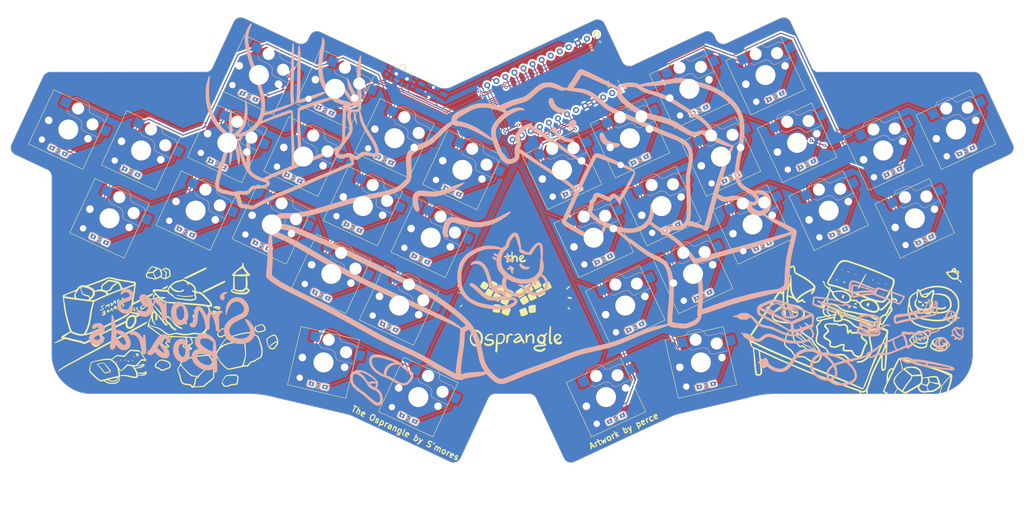
<source format=kicad_pcb>
(kicad_pcb (version 20241229) (generator "pcbnew") (generator_version "9.0")
  (title_block (title "Osprangle") (date "2025-05-01") (rev "1") (comment 1 "By Sam Mohr"))
  (layers (0 "F.Cu" signal) (2 "B.Cu" signal) (13 "F.Paste" user) (15 "B.Paste" user) (5 "F.SilkS" user "F.Silkscreen") (7 "B.SilkS" user "B.Silkscreen") (1 "F.Mask" user) (3 "B.Mask" user) (25 "Edge.Cuts" user))
  (net 0 "")
  (net 1 "col_0")
  (net 2 "Net-(D1-A)")
  (net 3 "Net-(D2-A)")
  (net 4 "Net-(D3-A)")
  (net 5 "col_1")
  (net 6 "Net-(D4-A)")
  (net 7 "Net-(D5-A)")
  (net 8 "Net-(D6-A)")
  (net 9 "col_2")
  (net 10 "Net-(D7-A)")
  (net 11 "Net-(D8-A)")
  (net 12 "Net-(D9-A)")
  (net 13 "col_3")
  (net 14 "Net-(D10-A)")
  (net 15 "Net-(D11-A)")
  (net 16 "Net-(D12-A)")
  (net 17 "Net-(D13-A)")
  (net 18 "col_4")
  (net 19 "Net-(D14-A)")
  (net 20 "Net-(D15-A)")
  (net 21 "Net-(D16-A)")
  (net 22 "Net-(D17-A)")
  (net 23 "col_5")
  (net 24 "Net-(D18-A)")
  (net 25 "Net-(D19-A)")
  (net 26 "Net-(D20-A)")
  (net 27 "Net-(D21-A)")
  (net 28 "col_6")
  (net 29 "Net-(D22-A)")
  (net 30 "Net-(D23-A)")
  (net 31 "Net-(D24-A)")
  (net 32 "Net-(D25-A)")
  (net 33 "col_7")
  (net 34 "Net-(D26-A)")
  (net 35 "Net-(D27-A)")
  (net 36 "Net-(D28-A)")
  (net 37 "col_8")
  (net 38 "Net-(D29-A)")
  (net 39 "Net-(D30-A)")
  (net 40 "Net-(D31-A)")
  (net 41 "col_9")
  (net 42 "Net-(D32-A)")
  (net 43 "Net-(D33-A)")
  (net 44 "Net-(D34-A)")
  (net 45 "row_0")
  (net 46 "row_1")
  (net 47 "row_2")
  (net 48 "row_3")
  (net 49 "reset")
  (net 50 "gnd")
  (net 56 "bat+")
  (net 58 "raw")
  (footprint "footprints:choc-v2-hotswap" (layer "F.Cu") (at 126.217513 145.812675 -25)
    (property "Reference" "SW32" (hide yes))
    (property "Value" "SW_Push" (hide yes))
  )
  (footprint "footprints:choc-v2-hotswap" (layer "F.Cu") (at 85.732325 64.041576 -25)
    (property "Reference" "SW2" (hide yes))
    (property "Value" "SW_Push" (hide yes))
  )
  (footprint "footprints:smd-diode" (layer "F.Cu") (at 101.576815 119.97861 -25)
    (property "Reference" "D24" (hide yes))
    (property "Value" "1N4148" (hide yes))
  )
  (footprint "footprints:smd-diode" (layer "F.Cu") (at 53.298218 88.638911 -25)
    (property "Reference" "D11" (hide yes))
    (property "Value" "1N4148" (hide yes))
  )
  (footprint "footprints:choc-v2-hotswap" (layer "F.Cu") (at 89.005771 101.979482 -25)
    (property "Reference" "SW23" (hide yes))
    (property "Value" "SW_Push" (hide yes))
  )
  (footprint "footprints:choc-v2-hotswap" (layer "F.Cu") (at 120.17202 80.101072 -25)
    (property "Reference" "SW4" (hide yes))
    (property "Value" "SW_Push" (hide yes))
  )
  (footprint "footprints:choc-v2-hotswap" (layer "F.Cu") (at 214.351415 64.051577 25)
    (property "Reference" "SW9" (hide yes))
    (property "Value" "SW_Push" (hide yes))
  )
  (footprint "footprints:choc-v2-hotswap" (layer "F.Cu") (at 244.249807 83.211064 25)
    (property "Reference" "SW20" (hide yes))
    (property "Value" "SW_Push" (hide yes))
  )
  (footprint "footprints:smd-diode" (layer "F.Cu") (at 117.636312 85.538915 -25)
    (property "Reference" "D4" (hide yes))
    (property "Value" "1N4148" (hide yes))
  )
  (footprint "footprints:smd-diode" (layer "F.Cu") (at 86.470061 107.417329 -25)
    (property "Reference" "D23" (hide yes))
    (property "Value" "1N4148" (hide yes))
  )
  (footprint "footprints:pro-micro" (layer "F.Cu") (at 159.126896 67.855461 -65)
    (property "Reference" "U1" (hide yes))
    (property "Value" "ProMicro_r" (hide yes))
  )
  (footprint "footprints:smd-diode" (layer "F.Cu") (at 94.499808 90.197481 -25)
    (property "Reference" "D13" (hide yes))
    (property "Value" "1N4148" (hide yes))
  )
  (footprint "footprints:smd-diode" (layer "F.Cu") (at 176.401932 151.260521 25)
    (property "Reference" "D33" (hide yes))
    (property "Value" "1N4148" (hide yes))
  )
  (footprint "footprints:smd-diode" (layer "F.Cu") (at 205.583929 90.20748 25)
    (property "Reference" "D18" (hide yes))
    (property "Value" "1N4148" (hide yes))
  )
  (footprint "footprints:choc-v2-hotswap" (layer "F.Cu") (at 129.362122 105.350666 -25)
    (property "Reference" "SW15" (hide yes))
    (property "Value" "SW_Push" (hide yes))
  )
  (footprint "footprints:smd-diode" (layer "F.Cu") (at 34.810514 83.328088 -25)
    (property "Reference" "D1" (hide yes))
    (property "Value" "1N4148" (hide yes))
  )
  (footprint "footprints:choc-v2-hotswap" (layer "F.Cu") (at 170.721615 105.360663 25)
    (property "Reference" "SW16" (hide yes))
    (property "Value" "SW_Push" (hide yes))
  )
  (footprint "footprints:smd-diode" (layer "F.Cu") (at 199.301856 142.864872 13)
    (property "Reference" "D34" (hide yes))
    (property "Value" "1N4148" (hide yes))
  )
  (footprint "footprints:choc-v2-hotswap" (layer "F.Cu") (at 211.077965 101.989482 25)
    (property "Reference" "SW28" (hide yes))
    (property "Value" "SW_Push" (hide yes))
  )
  (footprint "footprints:choc-v2-hotswap" (layer "F.Cu") (at 104.112525 114.540766 -25)
    (property "Reference" "SW24" (hide yes))
    (property "Value" "SW_Push" (hide yes))
  )
  (footprint "footprints:choc-v2-hotswap" (layer "F.Cu") (at 262.737511 77.90024 25)
    (property "Reference" "SW10" (hide yes))
    (property "Value" "SW_Push" (hide yes))
  )
  (footprint "footprints:smd-diode" (layer "F.Cu") (at 173.257328 110.798508 25)
    (property "Reference" "D16" (hide yes))
    (property "Value" "1N4148" (hide yes))
  )
  (footprint "footprints:smd-diode" (layer "F.Cu") (at 83.196613 69.479421 -25)
    (property "Reference" "D2" (hide yes))
    (property "Value" "1N4148" (hide yes))
  )
  (footprint "footprints:choc-v2-hotswap" (layer "F.Cu") (at 121.332375 122.570512 -25)
    (property "Reference" "SW25" (hide yes))
    (property "Value" "SW_Push" (hide yes))
  )
  (footprint "footprints:choc-v2-hotswap" (layer "F.Cu") (at 102.131589 137.008655 -13)
    (property "Reference" "SW31" (hide yes))
    (property "Value" "SW_Push" (hide yes))
  )
  (footprint "footprints:smd-diode" (layer "F.Cu") (at 224.916869 86.70927 25)
    (property "Reference" "D19" (hide yes))
    (property "Value" "1N4148" (hide yes))
  )
  (footprint "footprints:choc-v2-hotswap" (layer "F.Cu") (at 37.346226 77.890238 -25)
    (property "Reference" "SW1" (hide yes))
    (property "Value" "SW_Push" (hide yes))
  )
  (footprint "footprints:smd-diode" (layer "F.Cu") (at 109.606563 102.758764 -25)
    (property "Reference" "D14" (hide yes))
    (property "Value" "1N4148" (hide yes))
  )
  (footprint "footprints:choc-v2-hotswap" (layer "F.Cu") (at 55.833928 83.20106 -25)
    (property "Reference" "SW11" (hide yes))
    (property "Value" "SW_Push" (hide yes))
  )
  (footprint "footprints:choc-v2-hotswap" (layer "F.Cu") (at 162.691868 88.140815 25)
    (property "Reference" "SW6" (hide yes))
    (property "Value" "SW_Push" (hide yes))
  )
  (footprint "footprints:choc-v2-hotswap" (layer "F.Cu") (at 69.672831 98.481271 -25)
    (property "Reference" "SW22" (hide yes))
    (property "Value" "SW_Push" (hide yes))
  )
  (footprint "footprints:smd-diode" (layer "F.Cu") (at 123.681802 151.250517 -25)
    (property "Reference" "D32" (hide yes))
    (property "Value" "1N4148" (hide yes))
  )
  (footprint "art:logo-front-art-main" (layer "F.Cu") (at 150.64 122.2)
    (property "Reference" "G***" (hide yes))
    (property "Value" "LOGO" (hide yes))
  )
  (footprint "footprints:reset-switch-angled-4pin" (layer "F.Cu") (at 129.472063 68.438772 -25)
    (property "Reference" "SW35" (hide yes))
    (property "Value" "SW_Push" (hide yes))
  )
  (footprint "footprints:choc-v2-hotswap" (layer "F.Cu") (at 179.911718 80.111071 25)
    (property "Reference" "SW7" (hide yes))
    (property "Value" "SW_Push" (hide yes))
  )
  (footprint "footprints:smd-diode" (layer "F.Cu") (at 198.506922 119.988611 25)
    (property "Reference" "D27" (hide yes))
    (property "Value" "1N4148" (hide yes))
  )
  (footprint "footprints:choc-v2-hotswap" (layer "F.Cu") (at 195.971209 114.550766 25)
    (property "Reference" "SW27" (hide yes))
    (property "Value" "SW_Push" (hide yes))
  )
  (footprint "footprints:single-pin" (layer "F.Cu") (at 171.461791 53.708441 25)
    (property "Reference" "+1" (hide yes))
    (property "Value" "MountingHole_Pad" (hide yes))
  )
  (footprint "footprints:choc-v2-hotswap" (layer "F.Cu") (at 222.381161 81.271422 25)
    (property "Reference" "SW19" (hide yes))
    (property "Value" "SW_Push" (hide yes))
  )
  (footprint "footprints:choc-v2-hotswap" (layer "F.Cu") (at 230.410906 98.491275 25)
    (property "Reference" "SW29" (hide yes))
    (property "Value" "SW_Push" (hide yes))
  )
  (footprint "footprints:choc-v2-hotswap" (layer "F.Cu") (at 197.952146 137.018652 13)
    (property "Reference" "SW34" (hide yes))
    (property "Value" "SW_Push" (hide yes))
  )
  (footprint "footprints:choc-v2-hotswap" (layer "F.Cu") (at 112.142273 97.320923 -25)
    (property "Reference" "SW14" (hide yes))
    (property "Value" "SW_Push" (hide yes))
  )
  (footprint "footprints:smd-diode" (layer "F.Cu") (at 265.273221 83.338089 25)
    (property "Reference" "D10" (hide yes))
    (property "Value" "1N4148" (hide yes))
  )
  (footprint "footprints:smd-diode" (layer "F.Cu") (at 181.287074 128.018359 25)
    (property "Reference" "D26" (hide yes))
    (property "Value" "1N4148" (hide yes))
  )
  (footprint "footprints:choc-v2-hotswap" (layer "F.Cu") (at 173.866221 145.822672 25)
    (property "Reference" "SW33" (hide yes))
    (property "Value" "SW_Push" (hide yes))
  )
  (footprint "footprints:smd-diode" (layer "F.Cu") (at 216.887123 69.489419 25)
    (property "Reference" "D9" (hide yes))
    (property "Value" "1N4148" (hide yes))
  )
  (footprint "footprints:choc-v2-hotswap" (layer "F.Cu") (at 187.941465 97.33092 25)
    (property "Reference" "SW17" (hide yes))
    (property "Value" "SW_Push" (hide yes))
  )
  (footprint "footprints:choc-v2-hotswap" (layer "F.Cu") (at 77.702577 81.261424 -25)
    (property "Reference" "SW12" (hide yes))
    (property "Value" "SW_Push" (hide yes))
  )
  (footprint "footprints:smd-diode" (layer "F.Cu") (at 45.268474 105.858759 -25)
    (property "Reference" "D21" (hide yes))
    (property "Value" "1N4148" (hide yes))
  )
  (footprint "art:logo-front-art-highlight" (layer "F.Cu") (at 150.64 122.2)
    (property "Reference" "G***" (hide yes))
    (property "Value" "LOGO" (hide yes))
  )
  (footprint "footprints:smd-diode" (layer "F.Cu") (at 75.166869 86.699271 -25)
    (property "Reference" "D12" (hide yes))
    (property "Value" "1N4148" (hide yes))
  )
  (footprint "footprints:single-pin" (layer "F.Cu") (at 177.88559 67.48432 25)
    (property "Reference" "-1" (hide yes))
    (property "Value" "MountingHole_Pad" (hide yes))
  )
  (footprint "footprints:smd-diode" (layer "F.Cu") (at 182.447427 85.548919 25)
    (property "Reference" "D7" (hide yes))
    (property "Value" "1N4148" (hide yes))
  )
  (footprint "footprints:choc-v2-hotswap" (layer "F.Cu") (at 195.018473 67.549786 25)
    (property "Reference" "SW8" (hide yes))
    (property "Value" "SW_Push" (hide yes))
  )
  (footprint "footprints:smd-diode" (layer "F.Cu") (at 102.529553 72.977627 -25)
    (property "Reference" "D3" (hide yes))
    (property "Value" "1N4148" (hide yes))
  )
  (footprint "footprints:smd-diode" (layer "F.Cu") (at 118.796665 128.008359 -25)
    (property "Reference" "D25" (hide yes))
    (property "Value" "1N4148" (hide yes))
  )
  (footprint "footprints:choc-v2-hotswap" (layer "F.Cu") (at 178.75136 122.580513 25)
    (property "Reference" "SW26" (hide yes))
    (property "Value" "SW_Push" (hide yes))
  )
  (footprint "footprints:smd-diode" (layer "F.Cu") (at 190.477174 102.768764 25)
    (property "Reference" "D17" (hide yes))
    (property "Value" "1N4148" (hide yes))
  )
  (footprint "footprints:smd-diode" (layer "F.Cu") (at 126.826413 110.78851 -25)
    (property "Reference" "D15" (hide yes))
    (property "Value" "1N4148" (hide yes))
  )
  (footprint "footprints:smd-diode" (layer "F.Cu") (at 100.781884 142.854873 -13)
    (property "Reference" "D31" (hide yes))
    (property "Value" "1N4148" (hide yes))
  )
  (footprint "footprints:smd-diode" (layer "F.Cu") (at 213.613675 107.427329 25)
    (property "Reference" "D28" (hide yes))
    (property "Value" "1N4148" (hide yes))
  )
  (footprint "footprints:choc-v2-hotswap" (layer "F.Cu") (at 137.391866 88.130818 -25)
    (property "Reference" "SW5" (hide yes))
    (property "Value" "SW_Push" (hide yes))
  )
  (footprint "footprints:smd-diode" (layer "F.Cu") (at 254.815261 105.868758 25)
    (property "Reference" "D30" (hide yes))
    (property "Value" "1N4148" (hide yes))
  )
  (footprint "footprints:smd-diode" (layer "F.Cu") (at 246.785516 88.648907 25)
    (property "Reference" "D20" (hide yes))
    (property "Value" "1N4148" (hide yes))
  )
  (footprint "footprints:choc-v2-hotswap" (layer "F.Cu") (at 203.048222 84.769634 25)
    (property "Reference" "SW18" (hide yes))
    (property "Value" "SW_Push" (hide yes))
  )
  (footprint "footprints:smd-diode" (layer "F.Cu") (at 232.946617 103.929121 25)
    (property "Reference" "D29" (hide yes))
    (property "Value" "1N4148" (hide yes))
  )
  (footprint "footprints:smd-diode" (layer "F.Cu") (at 197.554184 72.987635 25)
    (property "Reference" "D8" (hide yes))
    (property "Value" "1N4148" (hide yes))
  )
  (footprint "footprints:smd-diode" (layer "F.Cu") (at 134.856159 93.568662 -25)
    (property "Reference" "D5" (hide yes))
    (property "Value" "1N4148" (hide yes))
  )
  (footprint "footprints:choc-v2-hotswap" (layer "F.Cu") (at 105.065264 67.539784 -25)
    (property "Reference" "SW3" (hide yes))
    (property "Value" "SW_Push" (hide yes))
  )
  (footprint "footprints:smd-diode" (layer "F.Cu") (at 67.13712 103.91912 -25)
    (property "Reference" "D22" (hide yes))
    (property "Value" "1N4148" (hide yes))
  )
  (footprint "art:mining-front-art-main" (layer "F.Cu") (at 62.49 126.46)
    (property "Reference" "G***" (hide yes))
    (property "Value" "LOGO" (hide yes))
  )
  (footprint "footprints:choc-v2-hotswap" (layer "F.Cu") (at 252.279556 100.430908 25)
    (property "Reference" "SW30" (hide yes))
    (property "Value" "SW_Push" (hide yes))
  )
  (footprint "footprints:choc-v2-hotswap" (layer "F.Cu") (at 97.035515 84.759631 -25)
    (property "Reference" "SW13" (hide yes))
    (property "Value" "SW_Push" (hide yes))
  )
  (footprint "art:mining-front-art-highlight" (layer "F.Cu") (at 62.49 126.46)
    (property "Reference" "G***" (hide yes))
    (property "Value" "LOGO" (hide yes))
  )
  (footprint "footprints:choc-v2-hotswap" (layer "F.Cu") (at 47.804182 100.420911 -25)
    (property "Reference" "SW21" (hide yes))
    (property "Value" "SW_Push" (hide yes))
  )
  (footprint "art:geode-cracking-front-art-highlight" (layer "F.Cu") (at 238.53 128.75)
    (property "Reference" "G***" (hide yes))
    (property "Value" "LOGO" (hide yes))
  )
  (footprint "footprints:smd-diode" (layer "F.Cu") (at 165.227582 93.578665 25)
    (property "Reference" "D6" (hide yes))
    (property "Value" "1N4148" (hide yes))
  )
  (footprint "art:geode-cracking-front-art-main" (layer "F.Cu") (at 238.53 128.75)
    (property "Reference" "G***" (hide yes))
    (property "Value" "LOGO" (hide yes))
  )
  (footprint "art:sleeping-smores-back-art-main" (layer "B.Cu") (at 152.35 105.46 180)
    (property "Reference" "G***" (hide yes))
    (property "Value" "LOGO" (hide yes))
  )
  (footprint "art:sleeping-smores-back-art-highlight" (layer "B.Cu") (at 152.35 105.46 180)
    (property "Reference" "G***" (hide yes))
    (property "Value" "LOGO" (hide yes))
  )
  (footprint "footprints:power-switch" (layer "B.Cu") (at 121.840294 64.692443 -25)
    (property "Reference" "SW36" (hide yes))
    (property "Value" "SW_SPDT" (hide yes))
  )
  (gr_line (start 268.099144 88.088948) (end 276.20761 84.307906) (stroke (width 0.1)) (layer "Edge.Cuts"))
  (gr_line (start 134.183471 67.229787) (end 170.888936 50.113748) (stroke (width 0.1)) (layer "Edge.Cuts"))
  (gr_arc (start 31.987689 88.078948) (mid 32.8 88.78) (end 33.10298 89.809333) (stroke (width 0.1)) (layer "Edge.Cuts"))
  (gr_line (start 90.296573 146.048334) (end 107.8268 150.125995) (stroke (width 0.1)) (layer "Edge.Cuts"))
  (gr_arc (start 83.05 145) (mid 86.711005 145.263441) (end 90.296573 146.048334) (stroke (width 0.1)) (layer "Edge.Cuts"))
  (gr_line (start 31.987689 88.080362) (end 23.876191 84.297906) (stroke (width 0.1)) (layer "Edge.Cuts"))
  (gr_arc (start 154.33 144.998841) (mid 155.36381 145.297034) (end 156.08 146.1) (stroke (width 0.1)) (layer "Edge.Cuts"))
  (gr_line (start 134.294945 162.268084) (end 109.381557 150.621586) (stroke (width 0.1)) (layer "Edge.Cuts"))
  (gr_arc (start 136.952798 161.300705) (mid 135.824222 162.334854) (end 134.294945 162.268084) (stroke (width 0.1)) (layer "Edge.Cuts"))
  (gr_arc (start 43.099999 145) (mid 36.028931 142.071068) (end 33.1 135) (stroke (width 0.1)) (layer "Edge.Cuts"))
  (gr_line (start 226.251749 62.364381) (end 220.759142 50.581545) (stroke (width 0.1)) (layer "Edge.Cuts"))
  (gr_arc (start 98.6576 54.06975) (mid 99.786175 53.035604) (end 101.315449 53.102374) (stroke (width 0.1)) (layer "Edge.Cuts"))
  (gr_arc (start 180.642131 61.56474) (mid 179.112853 61.63151) (end 177.98428 60.597359) (stroke (width 0.1)) (layer "Edge.Cuts"))
  (gr_arc (start 266.983801 135.01) (mid 264.05487 142.081068) (end 256.983802 145.01) (stroke (width 0.1)) (layer "Edge.Cuts"))
  (gr_line (start 144.026392 146.096569) (end 136.952798 161.300703) (stroke (width 0.1)) (layer "Edge.Cuts"))
  (gr_line (start 266.983801 89.819333) (end 266.983801 135.01) (stroke (width 0.1)) (layer "Edge.Cuts"))
  (gr_arc (start 170.888936 50.113748) (mid 172.418213 50.046979) (end 173.546789 51.081128) (stroke (width 0.1)) (layer "Edge.Cuts"))
  (gr_arc (start 23.876191 84.297906) (mid 22.842044 83.169332) (end 22.908812 81.640057) (stroke (width 0.1)) (layer "Edge.Cuts"))
  (gr_arc (start 267.32 63.259999) (mid 268.410215 63.572219) (end 269.159273 64.423666) (stroke (width 0.1)) (layer "Edge.Cuts"))
  (gr_line (start 130.938676 66.915906) (end 101.315449 53.102374) (stroke (width 0.1)) (layer "Edge.Cuts"))
  (gr_line (start 32.769855 63.265527) (end 72.27 63.25) (stroke (width 0.1)) (layer "Edge.Cuts"))
  (gr_line (start 209.787228 146.058334) (end 192.257001 150.135995) (stroke (width 0.1)) (layer "Edge.Cuts"))
  (gr_line (start 95.577125 55.943438) (end 81.982508 49.604166) (stroke (width 0.1)) (layer "Edge.Cuts"))
  (gr_line (start 201.426139 54.079749) (end 201.848758 54.986057) (stroke (width 0.1)) (layer "Edge.Cuts"))
  (gr_arc (start 218.101228 49.614165) (mid 219.630505 49.547395) (end 220.759079 50.581545) (stroke (width 0.1)) (layer "Edge.Cuts"))
  (gr_arc (start 107.8268 150.125995) (mid 108.614306 150.342024) (end 109.38156 150.621587) (stroke (width 0.1)) (layer "Edge.Cuts"))
  (gr_line (start 165.811446 162.267521) (end 190.745799 150.670584) (stroke (width 0.1)) (layer "Edge.Cuts"))
  (gr_line (start 217.033801 145.01) (end 256.983802 145.01) (stroke (width 0.1)) (layer "Edge.Cuts"))
  (gr_arc (start 134.183471 67.229787) (mid 132.527759 67.417238) (end 130.938676 66.915906) (stroke (width 0.1)) (layer "Edge.Cuts"))
  (gr_arc (start 204.506609 55.953438) (mid 202.977333 56.020207) (end 201.848758 54.986057) (stroke (width 0.1)) (layer "Edge.Cuts"))
  (gr_arc (start 190.745799 150.670584) (mid 191.492052 150.376953) (end 192.256939 150.135993) (stroke (width 0.1)) (layer "Edge.Cuts"))
  (gr_line (start 277.174989 81.650057) (end 269.159273 64.423666) (stroke (width 0.1)) (layer "Edge.Cuts"))
  (gr_line (start 145.776392 144.999419) (end 154.33 144.998841) (stroke (width 0.1)) (layer "Edge.Cuts"))
  (gr_arc (start 73.832052 62.354381) (mid 73.170297 63.010212) (end 72.27 63.25) (stroke (width 0.1)) (layer "Edge.Cuts"))
  (gr_arc (start 266.980821 89.819333) (mid 267.283801 88.79) (end 268.096112 88.088948) (stroke (width 0.1)) (layer "Edge.Cuts"))
  (gr_arc (start 144.026392 146.100564) (mid 144.742582 145.297598) (end 145.776392 144.999405) (stroke (width 0.1)) (layer "Edge.Cuts"))
  (gr_line (start 83.05 145) (end 43.099999 145) (stroke (width 0.1)) (layer "Edge.Cuts"))
  (gr_line (start 98.6576 54.06975) (end 98.234981 54.976058) (stroke (width 0.1)) (layer "Edge.Cuts"))
  (gr_line (start 177.98428 60.597359) (end 173.546789 51.081128) (stroke (width 0.1)) (layer "Edge.Cuts"))
  (gr_line (start 33.10298 89.809333) (end 33.1 135) (stroke (width 0.1)) (layer "Edge.Cuts"))
  (gr_line (start 73.832052 62.354381) (end 79.324659 50.571545) (stroke (width 0.1)) (layer "Edge.Cuts"))
  (gr_arc (start 227.813801 63.26) (mid 226.913504 63.020212) (end 226.251749 62.364381) (stroke (width 0.1)) (layer "Edge.Cuts"))
  (gr_line (start 204.506609 55.953438) (end 218.101228 49.614165) (stroke (width 0.1)) (layer "Edge.Cuts"))
  (gr_arc (start 98.234981 54.976058) (mid 97.106404 56.01021) (end 95.577125 55.943438) (stroke (width 0.1)) (layer "Edge.Cuts"))
  (gr_arc (start 30.938561 64.420208) (mid 31.684465 63.573659) (end 32.769855 63.265526) (stroke (width 0.1)) (layer "Edge.Cuts"))
  (gr_line (start 22.908812 81.640057) (end 30.938561 64.420208) (stroke (width 0.1)) (layer "Edge.Cuts"))
  (gr_line (start 180.642131 61.56474) (end 198.76829 53.112374) (stroke (width 0.1)) (layer "Edge.Cuts"))
  (gr_arc (start 79.324659 50.571545) (mid 80.453233 49.537396) (end 81.982508 49.604166) (stroke (width 0.1)) (layer "Edge.Cuts"))
  (gr_arc (start 277.174989 81.650057) (mid 277.241757 83.179332) (end 276.20761 84.307906) (stroke (width 0.1)) (layer "Edge.Cuts"))
  (gr_line (start 267.32 63.259999) (end 227.813801 63.26) (stroke (width 0.1)) (layer "Edge.Cuts"))
  (gr_arc (start 165.811445 162.267522) (mid 164.282168 162.33429) (end 163.153594 161.300139) (stroke (width 0.1)) (layer "Edge.Cuts"))
  (gr_arc (start 198.76829 53.112374) (mid 200.297551 53.045621) (end 201.426112 54.079761) (stroke (width 0.1)) (layer "Edge.Cuts"))
  (gr_line (start 156.08 146.096005) (end 163.153594 161.300139) (stroke (width 0.1)) (layer "Edge.Cuts"))
  (gr_arc (start 209.787228 146.058334) (mid 213.372796 145.273441) (end 217.033801 145.01) (stroke (width 0.1)) (layer "Edge.Cuts"))
  (gr_text "+" (at 171.926182 56.360676 25) (layer "F.SilkS") (effects (font (size 1 1)) (justify left bottom)))
  (gr_text "-" (at 177.747079 66.00418 115) (layer "F.SilkS") (effects (font (size 1 1)) (justify left bottom)))
  (gr_text "Artwork by perce" (at 169.91 159.3 25) (layer "F.SilkS") (effects (font (size 1.5 1.5) (thickness 0.3) (bold yes)) (justify left bottom)))
  (gr_text "The Osprangle by S'mores" (at 108.84 149.37 335) (layer "F.SilkS") (effects (font (size 1.5 1.5) (thickness 0.3) (bold yes)) (justify left bottom)))
  (segment (start 87.753807 56.157187) (end 100.442116 62.073844) (width 0.25) (layer "F.Cu") (net 1))
  (segment (start 33.236 82.577941) (end 33.236 82.565499) (width 0.25) (layer "F.Cu") (net 1))
  (segment (start 149.599449 67.257289) (end 148.31469 64.502115) (width 0.25) (layer "F.Cu") (net 1))
  (segment (start 49.031671 88.856142) (end 51.68952 87.888764) (width 0.25) (layer "F.Cu") (net 1))
  (segment (start 116.149825 63.881578) (end 116.633513 65.210504) (width 0.25) (layer "F.Cu") (net 1))
  (segment (start 50.855157 85.596366) (end 55.19756 76.284053) (width 0.25) (layer "F.Cu") (net 1))
  (segment (start 33.236 82.565499) (end 34.530747 82.09425) (width 0.25) (layer "F.Cu") (net 1))
  (segment (start 116.633513 65.210504) (end 134.75967 73.662869) (width 0.25) (layer "F.Cu") (net 1))
  (segment (start 149.376953 67.868592) (end 135.990431 74.11083) (width 0.25) (layer "F.Cu") (net 1))
  (segment (start 71.781039 77.396789) (end 80.444714 58.81748) (width 0.25) (layer "F.Cu") (net 1))
  (segment (start 57.855412 75.316674) (end 66.465335 79.331547) (width 0.25) (layer "F.Cu") (net 1))
  (segment (start 43.659777 105.108612) (end 42.825412 102.81621) (width 0.25) (layer "F.Cu") (net 1))
  (segment (start 80.444714 58.81748) (end 87.753807 56.157187) (width 0.25) (layer "F.Cu") (net 1))
  (segment (start 49.164685 89.221595) (end 49.031671 88.856142) (width 0.25) (layer "F.Cu") (net 1))
  (segment (start 42.825412 102.81621) (end 49.164685 89.221595) (width 0.25) (layer "F.Cu") (net 1))
  (segment (start 107.086747 59.655395) (end 116.149825 63.881578) (width 0.25) (layer "F.Cu") (net 1))
  (segment (start 51.68952 87.888764) (end 50.855157 85.596366) (width 0.25) (layer "F.Cu") (net 1))
  (segment (start 66.465335 79.331547) (end 71.781039 77.396789) (width 0.25) (layer "F.Cu") (net 1))
  (segment (start 135.990431 74.11083) (end 134.75967 73.662869) (width 0.25) (layer "F.Cu") (net 1))
  (segment (start 100.442116 62.073844) (end 107.086747 59.655395) (width 0.25) (layer "F.Cu") (net 1))
  (segment (start 33.242988 82.562956) (end 33.236 82.577941) (width 0.25) (layer "F.Cu") (net 1))
  (segment (start 34.530747 82.09425) (end 49.031671 88.856142) (width 0.25) (layer "F.Cu") (net 1))
  (segment (start 55.19756 76.284053) (end 57.855412 75.316674) (width 0.25) (layer "F.Cu") (net 1))
  (segment (start 149.376953 67.868592) (end 149.599449 67.257289) (width 0.25) (layer "F.Cu") (net 1))
  (segment (start 45.356239 80.825424) (end 46.65579 78.038526) (width 0.25) (layer "B.Cu") (net 2))
  (segment (start 36.41921 84.078235) (end 45.356239 80.825424) (width 0.25) (layer "B.Cu") (net 2))
  (segment (start 84.80531 70.22957) (end 85.009231 70.324659) (width 0.25) (layer "B.Cu") (net 3))
  (segment (start 85.009231 70.324659) (end 93.647251 67.180678) (width 0.25) (layer "B.Cu") (net 3))
  (segment (start 93.647251 67.180678) (end 95.04189 64.189862) (width 0.25) (layer "B.Cu") (net 3))
  (segment (start 104.13825 73.727775) (end 113.07528 70.474961) (width 0.25) (layer "B.Cu") (net 4))
  (segment (start 113.07528 70.474961) (end 114.374828 67.688072) (width 0.25) (layer "B.Cu") (net 4))
  (segment (start 71.265773 86.78349) (end 73.558173 85.949124) (width 0.25) (layer "F.Cu") (net 5))
  (segment (start 72.723806 83.656725) (end 79.295521 69.563638) (width 0.25) (layer "F.Cu") (net 5))
  (segment (start 151.400878 67.476509) (end 151.884567 66.147585) (width 0.25) (layer "F.Cu") (net 5))
  (segment (start 135.960622 74.676419) (end 135.001515 74.327332) (width 0.25) (layer "F.Cu") (net 5))
  (segment (start 94.612186 61.562058) (end 95.941112 61.078368) (width 0.25) (layer "F.Cu") (net 5))
  (segment (start 73.558173 85.949124) (end 72.723806 83.656725) (width 0.25) (layer "F.Cu") (net 5))
  (segment (start 65.528424 103.168972) (end 64.69406 100.876573) (width 0.25) (layer "F.Cu") (net 5))
  (segment (start 84.910229 67.520051) (end 88.331544 69.115436) (width 0.25) (layer "F.Cu") (net 5))
  (segment (start 115.96905 65.452349) (end 135.001515 74.327332) (width 0.25) (layer "F.Cu") (net 5))
  (segment (start 95.941112 61.078368) (end 100.472651 63.19146) (width 0.25) (layer "F.Cu") (net 5))
  (segment (start 115.727206 64.787886) (end 115.96905 65.452349) (width 0.25) (layer "F.Cu") (net 5))
  (segment (start 107.450733 64.790326) (end 112.101974 63.097413) (width 0.25) (layer "F.Cu") (net 5))
  (segment (start 151.400878 67.476509) (end 135.960622 74.676419) (width 0.25) (layer "F.Cu") (net 5))
  (segment (start 100.472651 63.19146) (end 102.46604 62.465925) (width 0.25) (layer "F.Cu") (net 5))
  (segment (start 91.653859 67.906212) (end 94.612186 61.562058) (width 0.25) (layer "F.Cu") (net 5))
  (segment (start 151.884567 66.147585) (end 150.616713 63.428665) (width 0.25) (layer "F.Cu") (net 5))
  (segment (start 64.69406 100.876573) (end 71.265773 86.78349) (width 0.25) (layer "F.Cu") (net 5))
  (segment (start 79.295521 69.563638) (end 84.910229 67.520051) (width 0.25) (layer "F.Cu") (net 5))
  (segment (start 88.331544 69.115436) (end 91.653859 67.906212) (width 0.25) (layer "F.Cu") (net 5))
  (segment (start 102.46604 62.465925) (end 107.450733 64.790326) (width 0.25) (layer "F.Cu") (net 5))
  (segment (start 112.101974 63.097413) (end 115.727206 64.787886) (width 0.25) (layer "F.Cu") (net 5))
  (segment (start 128.182037 83.03625) (end 129.481586 80.249358) (width 0.25) (layer "B.Cu") (net 6))
  (segment (start 119.245009 86.289062) (end 128.182037 83.03625) (width 0.25) (layer "B.Cu") (net 6))
  (segment (start 145.401881 91.065998) (end 146.701432 88.279104) (width 0.25) (layer "B.Cu") (net 7))
  (segment (start 136.464855 94.318811) (end 145.401881 91.065998) (width 0.25) (layer "B.Cu") (net 7))
  (segment (start 170.089089 83.891493) (end 168.789535 81.10459) (width 0.25) (layer "B.Cu") (net 8))
  (segment (start 166.836278 92.828518) (end 170.089089 83.891493) (width 0.25) (layer "B.Cu") (net 8))
  (segment (start 92.056746 87.154933) (end 92.891111 89.447333) (width 0.25) (layer "F.Cu") (net 9))
  (segment (start 104.243165 71.018258) (end 98.628461 73.061843) (width 0.25) (layer "F.Cu") (net 9))
  (segment (start 135.243359 74.991795) (end 115.757741 65.905503) (width 0.25) (layer "F.Cu") (net 9))
  (segment (start 113.099889 66.872882) (end 110.986798 71.404421) (width 0.25) (layer "F.Cu") (net 9))
  (segment (start 152.918735 62.355214) (end 154.186588 65.074133) (width 0.25) (layer "F.Cu") (net 9))
  (segment (start 84.026999 104.374779) (end 84.861365 106.66718) (width 0.25) (layer "F.Cu") (net 9))
  (segment (start 98.628461 73.061843) (end 92.056746 87.154933) (width 0.25) (layer "F.Cu") (net 9))
  (segment (start 154.186588 65.074133) (end 153.461054 67.067522) (width 0.25) (layer "F.Cu") (net 9))
  (segment (start 90.59871 90.281698) (end 84.026999 104.374779) (width 0.25) (layer "F.Cu") (net 9))
  (segment (start 107.664483 72.613645) (end 104.243165 71.018258) (width 0.25) (layer "F.Cu") (net 9))
  (segment (start 110.986798 71.404421) (end 107.664483 72.613645) (width 0.25) (layer "F.Cu") (net 9))
  (segment (start 115.757741 65.905503) (end 113.099889 66.872882) (width 0.25) (layer "F.Cu") (net 9))
  (segment (start 92.891111 89.447333) (end 90.59871 90.281698) (width 0.25) (layer "F.Cu") (net 9))
  (segment (start 135.930812 75.242008) (end 135.243359 74.991795) (width 0.25) (layer "F.Cu") (net 9))
  (segment (start 153.461054 67.067522) (end 135.930812 75.242008) (width 0.25) (layer "F.Cu") (net 9))
  (segment (start 184.056123 84.798771) (end 187.308936 75.861742) (width 0.25) (layer "B.Cu") (net 10))
  (segment (start 187.308936 75.861742) (end 186.009384 73.074846) (width 0.25) (layer "B.Cu") (net 10))
  (segment (start 199.16288 72.237487) (end 202.415692 63.300461) (width 0.25) (layer "B.Cu") (net 11))
  (segment (start 202.415692 63.300461) (end 201.11614 60.513562) (width 0.25) (layer "B.Cu") (net 11))
  (segment (start 221.748631 59.802245) (end 220.449082 57.015352) (width 0.25) (layer "B.Cu") (net 12))
  (segment (start 218.49582 68.739271) (end 221.748631 59.802245) (width 0.25) (layer "B.Cu") (net 12))
  (segment (start 115.19325 82.496368) (end 120.803506 70.465137) (width 0.25) (layer "F.Cu") (net 13))
  (segment (start 99.968119 119.228463) (end 99.133755 116.936067) (width 0.25) (layer "F.Cu") (net 13))
  (segment (start 156.454801 63.928179) (end 155.220757 61.281763) (width 0.25) (layer "F.Cu") (net 13))
  (segment (start 105.70547 102.842981) (end 107.997866 102.008616) (width 0.25) (layer "F.Cu") (net 13))
  (segment (start 107.163502 99.71622) (end 113.735216 85.623133) (width 0.25) (layer "F.Cu") (net 13))
  (segment (start 155.448727 66.692344) (end 156.454801 63.928179) (width 0.25) (layer "F.Cu") (net 13))
  (segment (start 99.133755 116.936067) (end 105.70547 102.842981) (width 0.25) (layer "F.Cu") (net 13))
  (segment (start 135.958096 75.780975) (end 135.550322 75.632557) (width 0.25) (layer "F.Cu") (net 13))
  (segment (start 113.735216 85.623133) (end 116.027617 84.788767) (width 0.25) (layer "F.Cu") (net 13))
  (segment (start 107.997866 102.008616) (end 107.163502 99.71622) (width 0.25) (layer "F.Cu") (net 13))
  (segment (start 102.755504 122.183312) (end 100.693656 121.221856) (width 0.25) (layer "F.Cu") (net 13))
  (segment (start 103.722882 124.841164) (end 102.755504 122.183312) (width 0.25) (layer "F.Cu") (net 13))
  (segment (start 116.027617 84.788767) (end 115.19325 82.496368) (width 0.25) (layer "F.Cu") (net 13))
  (segment (start 100.693656 121.221856) (end 99.968119 119.228463) (width 0.25) (layer "F.Cu") (net 13))
  (segment (start 99.052377 142.455585) (end 97.499124 138.188057) (width 0.25) (layer "F.Cu") (net 13))
  (segment (start 97.499124 138.188057) (end 103.722882 124.841164) (width 0.25) (layer "F.Cu") (net 13))
  (segment (start 120.803506 70.465137) (end 122.862013 69.715902) (width 0.25) (layer "F.Cu") (net 13))
  (segment (start 155.448727 66.692344) (end 135.958096 75.780975) (width 0.25) (layer "F.Cu") (net 13))
  (segment (start 122.862013 69.715902) (end 135.550322 75.632557) (width 0.25) (layer "F.Cu") (net 13))
  (segment (start 266.881917 82.587942) (end 270.13473 73.650913) (width 0.25) (layer "B.Cu") (net 14))
  (segment (start 270.13473 73.650913) (end 268.835178 70.864015) (width 0.25) (layer "B.Cu") (net 14))
  (segment (start 63.843941 86.136247) (end 65.143493 83.349346) (width 0.25) (layer "B.Cu") (net 15))
  (segment (start 54.906913 89.389059) (end 63.843941 86.136247) (width 0.25) (layer "B.Cu") (net 15))
  (segment (start 85.712592 84.196608) (end 87.012142 81.409711) (width 0.25) (layer "B.Cu") (net 16))
  (segment (start 76.775564 87.44942) (end 85.712592 84.196608) (width 0.25) (layer "B.Cu") (net 16))
  (segment (start 105.045529 87.694817) (end 106.345081 84.907919) (width 0.25) (layer "B.Cu") (net 17))
  (segment (start 96.108503 90.947628) (end 105.045529 87.694817) (width 0.25) (layer "B.Cu") (net 17))
  (segment (start 116.353603 124.965815) (end 117.913502 129.251603) (width 0.25) (layer "F.Cu") (net 18))
  (segment (start 158.790631 62.927232) (end 157.522778 60.208313) (width 0.25) (layer "F.Cu") (net 18))
  (segment (start 122.925317 110.872729) (end 116.353603 124.965815) (width 0.25) (layer "F.Cu") (net 18))
  (segment (start 122.073105 150.50037) (end 121.11782 147.875742) (width 0.25) (layer "F.Cu") (net 18))
  (segment (start 136.180202 76.53203) (end 137.389426 79.854345) (width 0.25) (layer "F.Cu") (net 18))
  (segment (start 132.413098 90.526116) (end 133.247463 92.818516) (width 0.25) (layer "F.Cu") (net 18))
  (segment (start 121.11782 147.875742) (end 122.395207 145.136375) (width 0.25) (layer "F.Cu") (net 18))
  (segment (start 130.955065 93.65288) (end 124.383351 107.745963) (width 0.25) (layer "F.Cu") (net 18))
  (segment (start 157.581407 66.249548) (end 136.313001 76.167168) (width 0.25) (layer "F.Cu") (net 18))
  (segment (start 137.389426 79.854345) (end 132.413098 90.526116) (width 0.25) (layer "F.Cu") (net 18))
  (segment (start 136.313001 76.167168) (end 136.180202 76.53203) (width 0.25) (layer "F.Cu") (net 18))
  (segment (start 117.913502 129.251603) (end 120.428505 130.424369) (width 0.25) (layer "F.Cu") (net 18))
  (segment (start 133.247463 92.818516) (end 130.955065 93.65288) (width 0.25) (layer "F.Cu") (net 18))
  (segment (start 124.383351 107.745963) (end 125.217718 110.038362) (width 0.25) (layer "F.Cu") (net 18))
  (segment (start 125.217718 110.038362) (end 122.925317 110.872729) (width 0.25) (layer "F.Cu") (net 18))
  (segment (start 124.298022 141.055776) (end 122.395207 145.136375) (width 0.25) (layer "F.Cu") (net 18))
  (segment (start 120.428505 130.424369) (end 124.298022 141.055776) (width 0.25) (layer "F.Cu") (net 18))
  (segment (start 157.581407 66.249548) (end 158.790631 62.927232) (width 0.25) (layer "F.Cu") (net 18))
  (segment (start 111.215259 103.508911) (end 120.152291 100.256099) (width 0.25) (layer "B.Cu") (net 19))
  (segment (start 120.152291 100.256099) (end 121.451838 97.469209) (width 0.25) (layer "B.Cu") (net 19))
  (segment (start 137.37214 108.285845) (end 138.671689 105.498953) (width 0.25) (layer "B.Cu") (net 20))
  (segment (start 128.435109 111.538657) (end 137.37214 108.285845) (width 0.25) (layer "B.Cu") (net 20))
  (segment (start 174.866024 110.048361) (end 178.118835 101.111337) (width 0.25) (layer "B.Cu") (net 21))
  (segment (start 178.118835 101.111337) (end 176.819282 98.324438) (width 0.25) (layer "B.Cu") (net 21))
  (segment (start 195.338682 93.081589) (end 194.039132 90.294696) (width 0.25) (layer "B.Cu") (net 22))
  (segment (start 192.08587 102.018617) (end 195.338682 93.081589) (width 0.25) (layer "B.Cu") (net 22))
  (segment (start 169.35623 110.71429) (end 162.78452 96.621213) (width 0.25) (layer "F.Cu") (net 23))
  (segment (start 162.78452 96.621213) (end 163.618886 94.328813) (width 0.25) (layer "F.Cu") (net 23))
  (segment (start 170.814265 113.841057) (end 171.648631 111.548656) (width 0.25) (layer "F.Cu") (net 23))
  (segment (start 177.876633 133.718757) (end 179.678377 128.768506) (width 0.25) (layer "F.Cu") (net 23))
  (segment (start 176.002461 148.688348) (end 179.197195 147.198619) (width 0.25) (layer "F.Cu") (net 23))
  (segment (start 179.197195 147.198619) (end 181.373798 141.218451) (width 0.25) (layer "F.Cu") (net 23))
  (segment (start 161.326485 93.494447) (end 159.519791 89.619979) (width 0.25) (layer "F.Cu") (net 23))
  (segment (start 171.648631 111.548656) (end 169.35623 110.71429) (width 0.25) (layer "F.Cu") (net 23))
  (segment (start 157.951461 81.52428) (end 165.201923 78.143334) (width 0.25) (layer "F.Cu") (net 23))
  (segment (start 174.793236 152.010668) (end 176.002461 148.688348) (width 0.25) (layer "F.Cu") (net 23))
  (segment (start 156.984082 84.182132) (end 157.951461 81.52428) (width 0.25) (layer "F.Cu") (net 23))
  (segment (start 165.201923 78.143334) (end 166.108231 77.720716) (width 0.25) (layer "F.Cu") (net 23))
  (segment (start 179.678377 128.768506) (end 177.385979 127.934141) (width 0.25) (layer "F.Cu") (net 23))
  (segment (start 163.618886 94.328813) (end 161.326485 93.494447) (width 0.25) (layer "F.Cu") (net 23))
  (segment (start 181.373798 141.218451) (end 177.876633 133.718757) (width 0.25) (layer "F.Cu") (net 23))
  (segment (start 177.385979 127.934141) (end 170.814265 113.841057) (width 0.25) (layer "F.Cu") (net 23))
  (segment (start 159.519791 89.619979) (end 156.984082 84.182132) (width 0.25) (layer "F.Cu") (net 23))
  (via (at 166.108231 77.720716) (size 0.8) (drill 0.4) (layers "F.Cu" "B.Cu") (net 23))
  (segment (start 164.460021 74.186119) (end 163.955028 74.002316) (width 0.25) (layer "B.Cu") (net 23))
  (segment (start 166.108231 77.720716) (end 164.460021 74.186119) (width 0.25) (layer "B.Cu") (net 23))
  (segment (start 210.445438 80.520302) (end 209.145889 77.73341) (width 0.25) (layer "B.Cu") (net 24))
  (segment (start 207.192625 89.457333) (end 210.445438 80.520302) (width 0.25) (layer "B.Cu") (net 24))
  (segment (start 229.778379 77.022092) (end 228.478828 74.235197) (width 0.25) (layer "B.Cu") (net 25))
  (segment (start 226.525566 85.959122) (end 229.778379 77.022092) (width 0.25) (layer "B.Cu") (net 25))
  (segment (start 251.647024 78.961733) (end 250.347474 76.174839) (width 0.25) (layer "B.Cu") (net 26))
  (segment (start 248.394213 87.898759) (end 251.647024 78.961733) (width 0.25) (layer "B.Cu") (net 26))
  (segment (start 46.877169 106.608906) (end 55.814194 103.356095) (width 0.25) (layer "B.Cu") (net 27))
  (segment (start 55.814194 103.356095) (end 57.113747 100.569197) (width 0.25) (layer "B.Cu") (net 27))
  (segment (start 196.172693 122.732145) (end 196.898226 120.738759) (width 0.25) (layer "F.Cu") (net 28))
  (segment (start 171.123459 74.278698) (end 165.028539 77.120806) (width 0.25) (layer "F.Cu") (net 28))
  (segment (start 197.572349 143.26416) (end 197.410264 142.916567) (width 0.25) (layer "F.Cu") (net 28))
  (segment (start 189.774853 128.473952) (end 190.984077 125.151637) (width 0.25) (layer "F.Cu") (net 28))
  (segment (start 190.984077 125.151637) (end 196.172693 122.732145) (width 0.25) (layer "F.Cu") (net 28))
  (segment (start 173.781311 75.246077) (end 171.123459 74.278698) (width 0.25) (layer "F.Cu") (net 28))
  (segment (start 196.325436 142.521722) (end 189.774853 128.473952) (width 0.25) (layer "F.Cu") (net 28))
  (segment (start 180.004366 88.591462) (end 180.83873 86.299066) (width 0.25) (layer "F.Cu") (net 28))
  (segment (start 197.410264 142.916567) (end 196.325436 142.521722) (width 0.25) (layer "F.Cu") (net 28))
  (segment (start 176.739639 81.590232) (end 173.781311 75.246077) (width 0.25) (layer "F.Cu") (net 28))
  (segment (start 186.57608 102.684547) (end 180.004366 88.591462) (width 0.25) (layer "F.Cu") (net 28))
  (segment (start 165.028539 77.120806) (end 164.895525 77.486261) (width 0.25) (layer "F.Cu") (net 28))
  (segment (start 178.546334 85.464702) (end 176.739639 81.590232) (width 0.25) (layer "F.Cu") (net 28))
  (segment (start 188.868477 103.518912) (end 186.57608 102.684547) (width 0.25) (layer "F.Cu") (net 28))
  (segment (start 180.83873 86.299066) (end 178.546334 85.464702) (width 0.25) (layer "F.Cu") (net 28))
  (segment (start 196.898226 120.738759) (end 194.605826 119.904393) (width 0.25) (layer "F.Cu") (net 28))
  (segment (start 194.605826 119.904393) (end 188.034113 105.811309) (width 0.25) (layer "F.Cu") (net 28))
  (segment (start 188.034113 105.811309) (end 188.868477 103.518912) (width 0.25) (layer "F.Cu") (net 28))
  (via (at 164.895525 77.486261) (size 0.8) (drill 0.4) (layers "F.Cu" "B.Cu") (net 28))
  (segment (start 162.343984 76.557576) (end 161.653005 75.075767) (width 0.25) (layer "B.Cu") (net 28))
  (segment (start 164.895525 77.486261) (end 162.343984 76.557576) (width 0.25) (layer "B.Cu") (net 28))
  (segment (start 68.745816 104.669266) (end 77.682844 101.416454) (width 0.25) (layer "B.Cu") (net 29))
  (segment (start 77.682844 101.416454) (end 78.982397 98.629557) (width 0.25) (layer "B.Cu") (net 29))
  (segment (start 97.015785 104.914663) (end 98.315337 102.127768) (width 0.25) (layer "B.Cu") (net 30))
  (segment (start 88.078758 108.167475) (end 97.015785 104.914663) (width 0.25) (layer "B.Cu") (net 30))
  (segment (start 103.185511 120.728759) (end 112.12254 117.475946) (width 0.25) (layer "B.Cu") (net 31))
  (segment (start 112.12254 117.475946) (end 113.42209 114.689051) (width 0.25) (layer "B.Cu") (net 31))
  (segment (start 129.34239 125.505693) (end 130.641939 122.718799) (width 0.25) (layer "B.Cu") (net 32))
  (segment (start 120.40536 128.758507) (end 129.34239 125.505693) (width 0.25) (layer "B.Cu") (net 32))
  (segment (start 195.945488 73.737782) (end 193.653092 72.903418) (width 0.25) (layer "F.Cu") (net 33))
  (segment (start 188.131998 65.795797) (end 162.302226 77.840418) (width 0.25) (layer "F.Cu") (net 33))
  (segment (start 201.682838 90.123264) (end 195.111124 76.030178) (width 0.25) (layer "F.Cu") (net 33))
  (segment (start 190.78985 66.763176) (end 188.131998 65.795797) (width 0.25) (layer "F.Cu") (net 33))
  (segment (start 191.846396 69.028946) (end 190.78985 66.763176) (width 0.25) (layer "F.Cu") (net 33))
  (segment (start 203.140869 93.250022) (end 203.975233 90.957628) (width 0.25) (layer "F.Cu") (net 33))
  (segment (start 193.653092 72.903418) (end 191.846396 69.028946) (width 0.25) (layer "F.Cu") (net 33))
  (segment (start 162.302226 77.840418) (end 162.060381 78.504881) (width 0.25) (layer "F.Cu") (net 33))
  (segment (start 209.712586 107.343114) (end 203.140869 93.250022) (width 0.25) (layer "F.Cu") (net 33))
  (segment (start 195.111124 76.030178) (end 195.945488 73.737782) (width 0.25) (layer "F.Cu") (net 33))
  (segment (start 212.004979 108.177477) (end 209.712586 107.343114) (width 0.25) (layer "F.Cu") (net 33))
  (segment (start 203.975233 90.957628) (end 201.682838 90.123264) (width 0.25) (layer "F.Cu") (net 33))
  (via (at 162.060381 78.504881) (size 0.8) (drill 0.4) (layers "F.Cu" "B.Cu") (net 33))
  (segment (start 162.060381 78.504881) (end 160.120148 77.798694) (width 0.25) (layer "B.Cu") (net 33))
  (segment (start 160.120148 77.798694) (end 159.350985 76.149219) (width 0.25) (layer "B.Cu") (net 33))
  (segment (start 186.14858 118.331189) (end 184.849027 115.544288) (width 0.25) (layer "B.Cu") (net 34))
  (segment (start 182.89577 127.268211) (end 186.14858 118.331189) (width 0.25) (layer "B.Cu") (net 34))
  (segment (start 200.115619 119.238464) (end 203.368429 110.301442) (width 0.25) (layer "B.Cu") (net 35))
  (segment (start 203.368429 110.301442) (end 202.068876 107.514542) (width 0.25) (layer "B.Cu") (net 35))
  (segment (start 215.222372 106.677182) (end 218.475184 97.740154) (width 0.25) (layer "B.Cu") (net 36))
  (segment (start 218.475184 97.740154) (end 217.175632 94.953257) (width 0.25) (layer "B.Cu") (net 36))
  (segment (start 231.33792 104.679268) (end 229.045524 103.844904) (width 0.25) (layer "F.Cu") (net 37))
  (segment (start 198.434835 57.129683) (end 186.652834 62.62372) (width 0.25) (layer "F.Cu") (net 37))
  (segment (start 211.179335 65.530738) (end 209.066244 60.999199) (width 0.25) (layer "F.Cu") (net 37))
  (segment (start 221.015775 86.625053) (end 214.444061 72.531966) (width 0.25) (layer "F.Cu") (net 37))
  (segment (start 215.278427 70.239566) (end 212.986027 69.405201) (width 0.25) (layer "F.Cu") (net 37))
  (segment (start 186.652834 62.62372) (end 185.201765 66.610498) (width 0.25) (layer "F.Cu") (net 37))
  (segment (start 159.371994 78.655119) (end 159.130149 79.319582) (width 0.25) (layer "F.Cu") (net 37))
  (segment (start 212.986027 69.405201) (end 211.179335 65.530738) (width 0.25) (layer "F.Cu") (net 37))
  (segment (start 184.748612 66.821807) (end 159.371994 78.655119) (width 0.25) (layer "F.Cu") (net 37))
  (segment (start 229.045524 103.844904) (end 222.473808 89.751814) (width 0.25) (layer "F.Cu") (net 37))
  (segment (start 222.473808 89.751814) (end 223.308173 87.459417) (width 0.25) (layer "F.Cu") (net 37))
  (segment (start 185.201765 66.610498) (end 184.748612 66.821807) (width 0.25) (layer "F.Cu") (net 37))
  (segment (start 223.308173 87.459417) (end 221.015775 86.625053) (width 0.25) (layer "F.Cu") (net 37))
  (segment (start 209.066244 60.999199) (end 198.434835 57.129683) (width 0.25) (layer "F.Cu") (net 37))
  (segment (start 214.444061 72.531966) (end 215.278427 70.239566) (width 0.25) (layer "F.Cu") (net 37))
  (via (at 159.130149 79.319582) (size 0.8) (drill 0.4) (layers "F.Cu" "B.Cu") (net 37))
  (segment (start 159.130149 79.319582) (end 157.80122 78.835891) (width 0.25) (layer "B.Cu") (net 37))
  (segment (start 157.80122 78.835891) (end 157.048962 77.222669) (width 0.25) (layer "B.Cu") (net 37))
  (segment (start 234.555313 103.178973) (end 237.808124 94.241947) (width 0.25) (layer "B.Cu") (net 38))
  (segment (start 237.808124 94.241947) (end 236.508573 91.45505) (width 0.25) (layer "B.Cu") (net 38))
  (segment (start 259.676772 96.181576) (end 258.377223 93.394683) (width 0.25) (layer "B.Cu") (net 39))
  (segment (start 256.423958 105.11861) (end 259.676772 96.181576) (width 0.25) (layer "B.Cu") (net 39))
  (segment (start 108.545391 141.057966) (end 102.51139 143.254162) (width 0.25) (layer "B.Cu") (net 40))
  (segment (start 111.26855 135.218132) (end 108.545391 141.057966) (width 0.25) (layer "B.Cu") (net 40))
  (segment (start 218.220928 53.420166) (end 205.985773 59.125512) (width 0.25) (layer "F.Cu") (net 41))
  (segment (start 258.348813 82.153476) (end 263.664524 84.088236) (width 0.25) (layer "F.Cu") (net 41))
  (segment (start 244.342456 91.69145) (end 245.17682 89.399054) (width 0.25) (layer "F.Cu") (net 41))
  (segment (start 250.914173 105.784543) (end 244.342456 91.69145) (width 0.25) (layer "F.Cu") (net 41))
  (segment (start 245.660509 88.07013) (end 258.348813 82.153476) (width 0.25) (layer "F.Cu") (net 41))
  (segment (start 184.537302 66.368654) (end 157.112423 79.157085) (width 0.25) (layer "F.Cu") (net 41))
  (segment (start 236.239794 86.146243) (end 221.543244 54.629389) (width 0.25) (layer "F.Cu") (net 41))
  (segment (start 157.112423 79.157085) (end 154.74694 78.296119) (width 0.25) (layer "F.Cu") (net 41))
  (segment (start 253.206565 106.618905) (end 250.914173 105.784543) (width 0.25) (layer "F.Cu") (net 41))
  (segment (start 221.543244 54.629389) (end 218.220928 53.420166) (width 0.25) (layer "F.Cu") (net 41))
  (segment (start 205.985773 59.125512) (end 198.67668 56.46522) (width 0.25) (layer "F.Cu") (net 41))
  (segment (start 198.67668 56.46522) (end 185.988371 62.381875) (width 0.25) (layer "F.Cu") (net 41))
  (segment (start 185.988371 62.381875) (end 184.537302 66.368654) (width 0.25) (layer "F.Cu") (net 41))
  (segment (start 245.17682 89.399054) (end 236.239794 86.146243) (width 0.25) (layer "F.Cu") (net 41))
  (segment (start 245.17682 89.399054) (end 245.660509 88.07013) (width 0.25) (layer "F.Cu") (net 41))
  (segment (start 134.22753 148.74785) (end 135.527079 145.960961) (width 0.25) (layer "B.Cu") (net 42))
  (segment (start 125.290499 152.000664) (end 134.22753 148.74785) (width 0.25) (layer "B.Cu") (net 42))
  (segment (start 178.010628 150.510373) (end 181.26344 141.573345) (width 0.25) (layer "B.Cu") (net 43))
  (segment (start 181.26344 141.573345) (end 179.963888 138.786447) (width 0.25) (layer "B.Cu") (net 43))
  (segment (start 202.638542 141.716143) (end 205.948065 132.623302) (width 0.25) (layer "B.Cu") (net 44))
  (segment (start 201.031363 142.465583) (end 202.638542 141.716143) (width 0.25) (layer "B.Cu") (net 44))
  (segment (start 205.948065 132.623302) (end 205.379478 131.403962) (width 0.25) (layer "B.Cu") (net 44))
  (segment (start 151.594479 76.764944) (end 148.195824 78.349762) (width 0.25) (layer "F.Cu") (net 45))
  (via (at 148.195824 78.349762) (size 0.8) (drill 0.4) (layers "F.Cu" "B.Cu") (net 45))
  (via (at 151.594479 76.764944) (size 0.8) (drill 0.4) (layers "F.Cu" "B.Cu") (net 45))
  (segment (start 72.414967 76.037328) (end 80.444714 58.817478) (width 0.25) (layer "B.Cu") (net 45))
  (segment (start 56.012261 73.35382) (end 66.4348 78.21393) (width 0.25) (layer "B.Cu") (net 45))
  (segment (start 257.029723 73.941557) (end 250.38509 71.523108) (width 0.25) (layer "B.Cu") (net 45))
  (segment (start 175.171309 73.494534) (end 175.171309 73.494533) (width 0.25) (layer "B.Cu") (net 45))
  (segment (start 136.755501 81.213806) (end 139.413352 80.246429) (width 0.25) (layer "B.Cu") (net 45))
  (segment (start 116.149825 63.881578) (end 119.53565 73.184058) (width 0.25) (layer "B.Cu") (net 45))
  (segment (start 155.463876 76.781188) (end 153.271148 75.9831) (width 0.25) (layer "B.Cu") (net 45))
  (segment (start 156.98408 84.182132) (end 156.984082 84.182131) (width 0.25) (layer "B.Cu") (net 45))
  (segment (start 156.98408 84.182132) (end 157.830537 81.85651) (width 0.25) (layer "B.Cu") (net 45))
  (segment (start 143.547023 68.380377) (end 142.88256 68.138532) (width 0.25) (layer "B.Cu") (net 45))
  (segment (start 85.095958 57.124563) (end 87.753806 56.157186) (width 0.25) (layer "B.Cu") (net 45))
  (segment (start 144.019275 64.850028) (end 146.01267 65.575565) (width 0.25) (layer "B.Cu") (net 45))
  (segment (start 36.709859 70.973226) (end 39.367705 70.005849) (width 0.25) (layer "B.Cu") (net 45))
  (segment (start 119.535653 73.184059) (end 122.193503 72.216681) (width 0.25) (layer "B.Cu") (net 45))
  (segment (start 142.88256 68.138532) (end 142.248633 66.77907) (width 0.25) (layer "B.Cu") (net 45))
  (segment (start 135.788121 78.555956) (end 136.7555 81.213805) (width 0.25) (layer "B.Cu") (net 45))
  (segment (start 100.442116 62.073844) (end 104.428896 60.622773) (width 0.25) (layer "B.Cu") (net 45))
  (segment (start 136.7555 81.213805) (end 136.755501 81.213806) (width 0.25) (layer "B.Cu") (net 45))
  (segment (start 156.984082 84.182131) (end 157.951461 81.52428) (width 0.25) (layer "B.Cu") (net 45))
  (segment (start 189.310685 63.591103) (end 190.278065 60.933247) (width 0.25) (layer "B.Cu") (net 45))
  (segment (start 122.193503 72.216681) (end 135.788121 78.555956) (width 0.25) (layer "B.Cu") (net 45))
  (segment (start 190.278065 60.933247) (end 199.34114 56.707066) (width 0.25) (layer "B.Cu") (net 45))
  (segment (start 148.32375 78.884527) (end 148.142589 78.496025) (width 0.25) (layer "B.Cu") (net 45))
  (segment (start 199.34114 56.707066) (end 208.643627 60.092894) (width 0.25) (layer "B.Cu") (net 45))
  (segment (start 142.732323 65.450144) (end 144.019275 64.850028) (width 0.25) (layer "B.Cu") (net 45))
  (segment (start 87.753806 56.157186) (end 100.442116 62.073844) (width 0.25) (layer "B.Cu") (net 45))
  (segment (start 153.271148 75.9831) (end 151.594479 76.764944) (width 0.25) (layer "B.Cu") (net 45))
  (segment (start 142.248633 66.77907) (end 142.732323 65.450144) (width 0.25) (layer "B.Cu") (net 45))
  (segment (start 163.781393 81.012496) (end 174.203929 76.152387) (width 0.25) (layer "B.Cu") (net 45))
  (segment (start 80.444714 58.817478) (end 85.095958 57.124563) (width 0.25) (layer "B.Cu") (net 45))
  (segment (start 250.38509 71.523108) (end 234.977861 78.707617) (width 0.25) (layer "B.Cu") (net 45))
  (segment (start 66.4348 78.21393) (end 72.414967 76.037328) (width 0.25) (layer "B.Cu") (net 45))
  (segment (start 187.859618 67.577877) (end 189.310685 63.591103) (width 0.25) (layer "B.Cu") (net 45))
  (segment (start 218.220928 53.420166) (end 209.611007 57.435038) (width 0.25) (layer "B.Cu") (net 45))
  (segment (start 119.53565 73.184058) (end 119.535653 73.184059) (width 0.25) (layer "B.Cu") (net 45))
  (segment (start 104.428896 60.622773) (end 107.086747 59.655395) (width 0.25) (layer "B.Cu") (net 45))
  (segment (start 209.611007 57.435038) (end 208.643627 60.092894) (width 0.25) (layer "B.Cu") (net 45))
  (segment (start 157.830537 81.85651) (end 155.463876 76.781188) (width 0.25) (layer "B.Cu") (net 45))
  (segment (start 234.977861 78.707617) (end 232.320009 77.740238) (width 0.25) (layer "B.Cu") (net 45))
  (segment (start 50.696557 75.288578) (end 56.012261 73.35382) (width 0.25) (layer "B.Cu") (net 45))
  (segment (start 144.398044 82.570829) (end 147.055896 81.603449) (width 0.25) (layer "B.Cu") (net 45))
  (segment (start 148.195824 78.349762) (end 143.547023 68.380377) (width 0.25) (layer "B.Cu") (net 45))
  (segment (start 221.543244 54.629389) (end 218.220928 53.420166) (width 0.25) (layer "B.Cu") (net 45))
  (segment (start 148.142589 78.496025) (end 148.195824 78.349762) (width 0.25) (layer "B.Cu") (net 45))
  (segment (start 232.320009 77.740238) (end 221.543244 54.629389) (width 0.25) (layer "B.Cu") (net 45))
  (segment (start 139.413352 80.246429) (end 144.398044 82.570829) (width 0.25) (layer "B.Cu") (net 45))
  (segment (start 39.367705 70.005849) (end 50.696557 75.288578) (width 0.25) (layer "B.Cu") (net 45))
  (segment (start 175.171309 73.494533) (end 187.859618 67.577877) (width 0.25) (layer "B.Cu") (net 45))
  (segment (start 147.055896 81.603449) (end 148.32375 78.884527) (width 0.25) (layer "B.Cu") (net 45))
  (segment (start 161.123538 80.045116) (end 163.781393 81.012496) (width 0.25) (layer "B.Cu") (net 45))
  (segment (start 107.086747 59.655395) (end 116.149825 63.881578) (width 0.25) (layer "B.Cu") (net 45))
  (segment (start 157.951461 81.52428) (end 161.123538 80.045116) (width 0.25) (layer "B.Cu") (net 45))
  (segment (start 174.203929 76.152387) (end 175.171309 73.494534) (width 0.25) (layer "B.Cu") (net 45))
  (segment (start 229.29817 81.90779) (end 225.975855 80.698566) (width 0.25) (layer "F.Cu") (net 46))
  (via (at 225.975855 80.698566) (size 0.8) (drill 0.4) (layers "F.Cu" "B.Cu") (net 46))
  (via (at 229.29817 81.90779) (size 0.8) (drill 0.4) (layers "F.Cu" "B.Cu") (net 46))
  (segment (start 153.321838 78.221388) (end 151.395365 77.520208) (width 0.25) (layer "B.Cu") (net 46))
  (segment (start 152.875161 87.201531) (end 153.600695 85.208142) (width 0.25) (layer "B.Cu") (net 46))
  (segment (start 219.995687 78.521963) (end 216.673373 77.312739) (width 0.25) (layer "B.Cu") (net 46))
  (segment (start 197.340434 80.810951) (end 197.340434 80.81095) (width 0.25) (layer "B.Cu") (net 46))
  (segment (start 92.412371 79.293688) (end 96.39915 77.84262) (width 0.25) (layer "B.Cu") (net 46))
  (segment (start 150.53089 85.98231) (end 149.079821 81.995533) (width 0.25) (layer "B.Cu") (net 46))
  (segment (start 77.06621 74.344412) (end 79.724058 73.377034) (width 0.25) (layer "B.Cu") (net 46))
  (segment (start 182.233677 93.372237) (end 183.201057 90.714384) (width 0.25) (layer "B.Cu") (net 46))
  (segment (start 151.395365 77.520208) (end 148.988214 78.642681) (width 0.25) (layer "B.Cu") (net 46))
  (segment (start 238.542019 79.252381) (end 231.291562 82.633325) (width 0.25) (layer "B.Cu") (net 46))
  (segment (start 127.758378 95.775806) (end 128.725756 98.433654) (width 0.25) (layer "B.Cu") (net 46))
  (segment (start 114.163757 89.436529) (end 127.758378 95.775806) (width 0.25) (layer "B.Cu") (net 46))
  (segment (start 148.173513 81.572914) (end 147.931669 80.908452) (width 0.25) (layer "B.Cu") (net 46))
  (segment (start 152.121531 82.036065) (end 152.532667 80.906478) (width 0.25) (layer "B.Cu") (net 46))
  (segment (start 79.724058 73.377034) (end 92.412369 79.293691) (width 0.25) (layer "B.Cu") (net 46))
  (segment (start 147.931669 80.908452) (end 148.988214 78.642681) (width 0.25) (layer "B.Cu") (net 46))
  (segment (start 92.412369 79.293691) (end 92.412371 79.293688) (width 0.25) (layer "B.Cu") (net 46))
  (segment (start 224.919309 78.432796) (end 222.261457 77.465417) (width 0.25) (layer "B.Cu") (net 46))
  (segment (start 158.369198 98.983532) (end 152.875161 87.201531) (width 0.25) (layer "B.Cu") (net 46))
  (segment (start 222.261457 77.465417) (end 219.995687 78.521963) (width 0.25) (layer "B.Cu") (net 46))
  (segment (start 225.975855 80.698566) (end 224.919309 78.432796) (width 0.25) (layer "B.Cu") (net 46))
  (segment (start 195.889367 84.797724) (end 197.340434 80.810951) (width 0.25) (layer "B.Cu") (net 46))
  (segment (start 183.201057 90.714384) (end 183.201056 90.714381) (width 0.25) (layer "B.Cu") (net 46))
  (segment (start 153.303029 80.547252) (end 153.786718 79.218326) (width 0.25) (layer "B.Cu") (net 46))
  (segment (start 231.291562 82.633325) (end 229.29817 81.90779) (width 0.25) (layer "B.Cu") (net 46))
  (segment (start 198.307812 78.153095) (end 207.370891 73.926912) (width 0.25) (layer "B.Cu") (net 46))
  (segment (start 66.465335 79.331547) (end 76.432282 75.703876) (width 0.25) (layer "B.Cu") (net 46))
  (segment (start 183.201056 90.714381) (end 195.889367 84.797724) (width 0.25) (layer "B.Cu") (net 46))
  (segment (start 153.600695 85.208142) (end 152.121531 82.036065) (width 0.25) (layer "B.Cu") (net 46))
  (segment (start 143.557688 100.93639) (end 150.53089 85.98231) (width 0.25) (layer "B.Cu") (net 46))
  (segment (start 197.340434 80.81095) (end 197.340433 80.810947) (width 0.25) (layer "B.Cu") (net 46))
  (segment (start 108.12008 81.101427) (end 111.505906 90.403909) (width 0.25) (layer "B.Cu") (net 46))
  (segment (start 152.532667 80.906478) (end 153.303029 80.547252) (width 0.25) (layer "B.Cu") (net 46))
  (segment (start 165.013827 101.40198) (end 158.369198 98.983532) (width 0.25) (layer "B.Cu") (net 46))
  (segment (start 111.505909 90.403907) (end 114.163757 89.436529) (width 0.25) (layer "B.Cu") (net 46))
  (segment (start 165.981206 98.744129) (end 179.57582 92.404856) (width 0.25) (layer "B.Cu") (net 46))
  (segment (start 207.370891 73.926912) (end 216.673373 77.312739) (width 0.25) (layer "B.Cu") (net 46))
  (segment (start 128.725756 98.433654) (end 131.383604 97.466276) (width 0.25) (layer "B.Cu") (net 46))
  (segment (start 111.505906 90.403909) (end 111.505909 90.403907) (width 0.25) (layer "B.Cu") (net 46))
  (segment (start 149.079821 81.995533) (end 148.173513 81.572914) (width 0.25) (layer "B.Cu") (net 46))
  (segment (start 99.056995 76.875242) (end 108.12008 81.101427) (width 0.25) (layer "B.Cu") (net 46))
  (segment (start 57.855406 75.316671) (end 66.465335 79.331547) (width 0.25) (layer "B.Cu") (net 46))
  (segment (start 76.432282 75.703876) (end 77.06621 74.344412) (width 0.25) (layer "B.Cu") (net 46))
  (segment (start 131.383604 97.466276) (end 140.899835 101.903769) (width 0.25) (layer "B.Cu") (net 46))
  (segment (start 153.786718 79.218326) (end 153.321838 78.221388) (width 0.25) (layer "B.Cu") (net 46))
  (segment (start 149.126377 78.263082) (end 148.988214 78.642681) (width 0.25) (layer "B.Cu") (net 46))
  (segment (start 179.57582 92.404856) (end 182.233677 93.372237) (width 0.25) (layer "B.Cu") (net 46))
  (segment (start 197.340433 80.810947) (end 198.307812 78.153095) (width 0.25) (layer "B.Cu") (net 46))
  (segment (start 140.899835 101.903769) (end 143.557688 100.93639) (width 0.25) (layer "B.Cu") (net 46))
  (segment (start 55.197561 76.284047) (end 57.855406 75.316671) (width 0.25) (layer "B.Cu") (net 46))
  (segment (start 165.013827 101.40198) (end 165.981206 98.744129) (width 0.25) (layer "B.Cu") (net 46))
  (segment (start 96.39915 77.84262) (end 99.056995 76.875242) (width 0.25) (layer "B.Cu") (net 46))
  (segment (start 143.710649 66.649016) (end 149.126377 78.263082) (width 0.25) (layer "B.Cu") (net 46))
  (segment (start 152.936232 84.966297) (end 151.516236 81.921105) (width 0.25) (layer "B.Cu") (net 47))
  (segment (start 224.703118 94.532592) (end 225.670499 91.874735) (width 0.25) (layer "B.Cu") (net 47))
  (segment (start 236.093038 87.014625) (end 238.75089 87.982004) (width 0.25) (layer "B.Cu") (net 47))
  (segment (start 205.370177 98.030799) (end 205.370179 98.030798) (width 0.25) (layer "B.Cu") (net 47))
  (segment (start 47.167814 93.503898) (end 49.825661 92.536521) (width 0.25) (layer "B.Cu") (net 47))
  (segment (start 148.596132 80.666606) (end 149.230058 79.307145) (width 0.25) (layer "B.Cu") (net 47))
  (segment (start 203.919112 102.017573) (end 205.370177 98.030799) (width 0.25) (layer "B.Cu") (net 47))
  (segment (start 191.230802 107.934229) (end 203.919112 102.017573) (width 0.25) (layer "B.Cu") (net 47))
  (segment (start 215.400631 91.146763) (end 224.703118 94.532592) (width 0.25) (layer "B.Cu") (net 47))
  (segment (start 69.036464 91.564258) (end 71.694309 90.596881) (width 0.25) (layer "B.Cu") (net 47))
  (segment (start 238.75089 87.982004) (end 241.920527 94.779311) (width 0.25) (layer "B.Cu") (net 47))
  (segment (start 148.837975 81.331069) (end 148.596132 80.666606) (width 0.25) (layer "B.Cu") (net 47))
  (segment (start 91.027253 94.095091) (end 100.090335 98.321275) (width 0.25) (layer "B.Cu") (net 47))
  (segment (start 205.370179 98.030798) (end 206.337559 95.372943) (width 0.25) (layer "B.Cu") (net 47))
  (segment (start 173.043575 118.621828) (end 174.010955 115.963976) (width 0.25) (layer "B.Cu") (net 47))
  (segment (start 135.981094 118.367546) (end 151.195353 85.740465) (width 0.25) (layer "B.Cu") (net 47))
  (segment (start 241.920527 94.779311) (end 246.571768 96.472225) (width 0.25) (layer "B.Cu") (net 47))
  (segment (start 84.382622 96.513539) (end 88.369405 95.062469) (width 0.25) (layer "B.Cu") (net 47))
  (segment (start 58.435589 96.551395) (end 68.402535 92.923723) (width 0.25) (layer "B.Cu") (net 47))
  (segment (start 133.323243 119.334926) (end 135.981094 118.367546) (width 0.25) (layer "B.Cu") (net 47))
  (segment (start 174.010955 115.963976) (end 187.605568 109.624704) (width 0.25) (layer "B.Cu") (net 47))
  (segment (start 49.825661 92.536521) (end 58.435589 96.551395) (width 0.25) (layer "B.Cu") (net 47))
  (segment (start 152.210698 86.959686) (end 152.936232 84.966297) (width 0.25) (layer "B.Cu") (net 47))
  (segment (start 190.263421 110.592083) (end 190.263423 110.592082) (width 0.25) (layer "B.Cu") (net 47))
  (segment (start 165.734484 115.961539) (end 152.210698 86.959686) (width 0.25) (layer "B.Cu") (net 47))
  (segment (start 149.230058 79.307145) (end 150.960432 78.67734) (width 0.25) (layer "B.Cu") (net 47))
  (segment (start 149.744284 81.753687) (end 148.837975 81.331069) (width 0.25) (layer "B.Cu") (net 47))
  (segment (start 173.043572 118.62183) (end 173.043575 118.621828) (width 0.25) (layer "B.Cu") (net 47))
  (segment (start 123.353855 114.686123) (end 133.323243 119.334926) (width 0.25) (layer "B.Cu") (net 47))
  (segment (start 151.195353 85.740465) (end 149.744284 81.753687) (width 0.25) (layer "B.Cu") (net 47))
  (segment (start 119.72863 112.995654) (end 120.696007 115.6535) (width 0.25) (layer "B.Cu") (net 47))
  (segment (start 150.960432 78.67734) (end 152.444919 79.369568) (width 0.25) (layer "B.Cu") (net 47))
  (segment (start 187.605568 109.624704) (end 190.263421 110.592083) (width 0.25) (layer "B.Cu") (net 47))
  (segment (start 71.694309 90.596881) (end 84.382622 96.513539) (width 0.25) (layer "B.Cu") (net 47))
  (segment (start 106.134005 106.656376) (end 119.72863 112.995654) (width 0.25) (layer "B.Cu") (net 47))
  (segment (start 88.369405 95.062469) (end 91.027253 94.095091) (width 0.25) (layer "B.Cu") (net 47))
  (segment (start 206.337559 95.372943) (end 215.400631 91.146763) (width 0.25) (layer "B.Cu") (net 47))
  (segment (start 103.476158 107.623752) (end 106.134005 106.656376) (width 0.25) (layer "B.Cu") (net 47))
  (segment (start 100.090335 98.321275) (end 103.476158 107.623752) (width 0.25) (layer "B.Cu") (net 47))
  (segment (start 120.696007 115.6535) (end 123.353855 114.686123) (width 0.25) (layer "B.Cu") (net 47))
  (segment (start 68.402535 92.923723) (end 69.036464 91.564258) (width 0.25) (layer "B.Cu") (net 47))
  (segment (start 225.670499 91.874735) (end 236.093038 87.014625) (width 0.25) (layer "B.Cu") (net 47))
  (segment (start 190.263423 110.592082) (end 191.230802 107.934229) (width 0.25) (layer "B.Cu") (net 47))
  (segment (start 151.516236 81.921105) (end 152.444919 79.369568) (width 0.25) (layer "B.Cu") (net 47))
  (segment (start 173.043572 118.62183) (end 165.734484 115.961539) (width 0.25) (layer "B.Cu") (net 47))
  (segment (start 104.135928 128.895593) (end 125.581147 138.895661) (width 0.25) (layer "B.Cu") (net 48))
  (segment (start 169.125813 139.206135) (end 172.52447 137.621316) (width 0.25) (layer "B.Cu") (net 48))
  (segment (start 151.859815 85.498621) (end 150.073722 80.591369) (width 0.25) (layer "B.Cu") (net 48))
  (segment (start 172.52447 137.621316) (end 173.733694 134.299) (width 0.25) (layer "B.Cu") (net 48))
  (segment (start 168.158433 141.863989) (end 169.125813 139.206135) (width 0.25) (layer "B.Cu") (net 48))
  (segment (start 150.073722 80.591369) (end 150.142897 80.443021) (width 0.25) (layer "B.Cu") (net 48))
  (segment (start 125.581147 138.895661) (end 127.242302 138.291051) (width 0.25) (layer "B.Cu") (net 48))
  (segment (start 173.733694 134.299) (end 151.546235 86.717842) (width 0.25) (layer "B.Cu") (net 48))
  (segment (start 188.403459 130.216821) (end 193.192144 131.95976) (width 0.25) (layer "B.Cu") (net 48))
  (segment (start 151.328276 86.638511) (end 151.859815 85.498621) (width 0.25) (layer "B.Cu") (net 48))
  (segment (start 151.546235 86.717842) (end 151.328276 86.638511) (width 0.25) (layer "B.Cu") (net 48))
  (segment (start 100.071 130.375105) (end 104.135928 128.895593) (width 0.25) (layer "B.Cu") (net 48))
  (segment (start 127.242302 138.291051) (end 151.328276 86.638511) (width 0.25) (layer "B.Cu") (net 48))
  (segment (start 172.52447 137.621316) (end 188.403459 130.216821) (width 0.25) (layer "B.Cu") (net 48))
  (segment (start 161.770986 56.020581) (end 164.428844 56.987962) (width 0.25) (layer "B.Cu") (net 49))
  (segment (start 132.661974 68.933212) (end 133.458243 69.22303) (width 0.25) (layer "B.Cu") (net 49))
  (segment (start 133.458243 69.22303) (end 161.770986 56.020581) (width 0.25) (layer "B.Cu") (net 49))
  (segment (start 127.042864 66.312978) (end 127.236338 66.844549) (width 0.25) (layer "B.Cu") (net 49))
  (segment (start 127.236338 66.844549) (end 132.1304 69.126688) (width 0.25) (layer "B.Cu") (net 49))
  (segment (start 132.1304 69.126688) (end 132.661975 68.93321) (width 0.25) (layer "B.Cu") (net 49))
  (segment (start 168.559072 71.855416) (end 170.861095 70.781965) (width 0.25) (layer "F.Cu") (net 50))
  (segment (start 156.322059 75.663815) (end 153.664207 74.696436) (width 0.25) (layer "F.Cu") (net 50))
  (segment (start 174.536701 66.265424) (end 172.089666 67.406496) (width 0.25) (layer "F.Cu") (net 50))
  (segment (start 153.664207 74.696436) (end 147.116133 77.749853) (width 0.25) (layer "F.Cu") (net 50))
  (segment (start 141.318109 67.212981) (end 140.847343 68.506398) (width 0.25) (layer "F.Cu") (net 50))
  (segment (start 177.88559 67.48432) (end 174.536701 66.265424) (width 0.25) (layer "F.Cu") (net 50))
  (segment (start 166.273314 71.023469) (end 156.322059 75.663815) (width 0.25) (layer "F.Cu") (net 50))
  (segment (start 168.559072 71.855416) (end 166.273314 71.023469) (width 0.25) (layer "F.Cu") (net 50))
  (segment (start 141.342325 67.201689) (end 141.318109 67.212981) (width 0.25) (layer "F.Cu") (net 50))
  (segment (start 166.730865 55.91451) (end 172.089666 67.406496) (width 0.25) (layer "F.Cu") (net 50))
  (segment (start 140.847343 68.506398) (end 141.302498 69.48248) (width 0.25) (layer "F.Cu") (net 50))
  (segment (start 141.302498 69.48248) (end 142.59889 69.954328) (width 0.25) (layer "F.Cu") (net 50))
  (segment (start 172.089666 67.406496) (end 170.861095 70.781965) (width 0.25) (layer "F.Cu") (net 50))
  (via (at 128.004073 68.305927) (size 0.8) (drill 0.4) (layers "F.Cu" "B.Cu") (net 50))
  (via (at 147.116133 77.749853) (size 0.8) (drill 0.4) (layers "F.Cu" "B.Cu") (net 50))
  (via (at 141.342325 67.201689) (size 0.8) (drill 0.4) (layers "F.Cu" "B.Cu") (net 50))
  (via (at 142.59889 69.954328) (size 0.8) (drill 0.4) (layers "F.Cu" "B.Cu") (net 50))
  (segment (start 126.282153 67.944334) (end 126.813722 67.750857) (width 0.25) (layer "B.Cu") (net 50))
  (segment (start 128.004073 68.305927) (end 131.707788 70.032998) (width 0.25) (layer "B.Cu") (net 50))
  (segment (start 126.813722 67.750857) (end 128.004073 68.305927) (width 0.25) (layer "B.Cu") (net 50))
  (segment (start 143.661341 70.341029) (end 147.116133 77.749853) (width 0.25) (layer "B.Cu") (net 50))
  (segment (start 131.901264 70.564566) (end 133.153329 71.02028) (width 0.25) (layer "B.Cu") (net 50))
  (segment (start 142.59889 69.954328) (end 143.661341 70.341029) (width 0.25) (layer "B.Cu") (net 50))
  (segment (start 131.707788 70.032998) (end 131.901262 70.564566) (width 0.25) (layer "B.Cu") (net 50))
  (segment (start 133.153329 71.02028) (end 141.342325 67.201689) (width 0.25) (layer "B.Cu") (net 50))
  (segment (start 148.112838 67.052355) (end 147.812501 66.943041) (width 0.25) (layer "F.Cu") (net 56))
  (segment (start 148.501181 67.173593) (end 148.137055 67.041062) (width 0.25) (layer "F.Cu") (net 56))
  (segment (start 148.137055 67.041062) (end 148.112838 67.052355) (width 0.25) (layer "F.Cu") (net 56))
  (segment (start 142.82909 69.266844) (end 142.198257 69.037239) (width 0.25) (layer "F.Cu") (net 56))
  (segment (start 147.812501 66.943041) (end 142.82909 69.266844) (width 0.25) (layer "F.Cu") (net 56))
  (via (at 148.501181 67.173593) (size 0.8) (drill 0.4) (layers "F.Cu" "B.Cu") (net 56))
  (via (at 142.198257 69.037239) (size 0.8) (drill 0.4) (layers "F.Cu" "B.Cu") (net 56))
  (segment (start 170.252568 57.030755) (end 171.461791 53.708441) (width 0.25) (layer "B.Cu") (net 56))
  (segment (start 122.394779 68.448715) (end 133.188898 73.482096) (width 0.25) (layer "B.Cu") (net 56))
  (segment (start 121.915682 66.305427) (end 121.746634 66.66795) (width 0.25) (layer "B.Cu") (net 56))
  (segment (start 142.091415 69.330784) (end 142.198257 69.037239) (width 0.25) (layer "B.Cu") (net 56))
  (segment (start 148.501181 67.173593) (end 170.252568 57.030755) (width 0.25) (layer "B.Cu") (net 56))
  (segment (start 121.746634 66.66795) (end 122.394779 68.448715) (width 0.25) (layer "B.Cu") (net 56))
  (segment (start 133.188898 73.482096) (end 142.091415 69.330784) (width 0.25) (layer "B.Cu") (net 56))
  (segment (start 141.764944 68.107996) (end 143.09387 68.591686) (width 0.25) (layer "F.Cu") (net 58))
  (segment (start 143.09387 68.591686) (end 148.078562 66.267285) (width 0.25) (layer "F.Cu") (net 58))
  (via (at 148.078562 66.267285) (size 0.8) (drill 0.4) (layers "F.Cu" "B.Cu") (net 58))
  (via (at 141.764944 68.107996) (size 0.8) (drill 0.4) (layers "F.Cu" "B.Cu") (net 58))
  (segment (start 168.307356 56.834444) (end 169.032888 54.841062) (width 0.25) (layer "B.Cu") (net 58))
  (segment (start 132.248712 72.545488) (end 141.764944 68.107996) (width 0.25) (layer "B.Cu") (net 58))
  (segment (start 132.243157 72.543466) (end 132.248712 72.545488) (width 0.25) (layer "B.Cu") (net 58))
  (segment (start 123.275142 66.939356) (end 123.874919 68.587226) (width 0.25) (layer "B.Cu") (net 58))
  (segment (start 130.669513 71.060256) (end 131.116068 72.017896) (width 0.25) (layer "B.Cu") (net 58))
  (segment (start 148.078562 66.267285) (end 168.307356 56.834444) (width 0.25) (layer "B.Cu") (net 58))
  (segment (start 131.116068 72.017896) (end 132.243157 72.543466) (width 0.25) (layer "B.Cu") (net 58))
  (segment (start 123.874919 68.587226) (end 130.669513 71.060256) (width 0.25) (layer "B.Cu") (net 58))
  (zone (net 50) (net_name "gnd") (layers "F.Cu" "B.Cu") (connect_pads (clearance 0.508)) (min_thickness 0.25) (fill yes (thermal_gap 0.5) (thermal_bridge_width 0.5) (island_removal_mode 2) (island_area_min 2))
    (polygon (pts (xy 20 44.999998) (xy 280 44.999999) (xy 279.999998 175.000002) (xy 20.000001 175)))
  )
)
</source>
